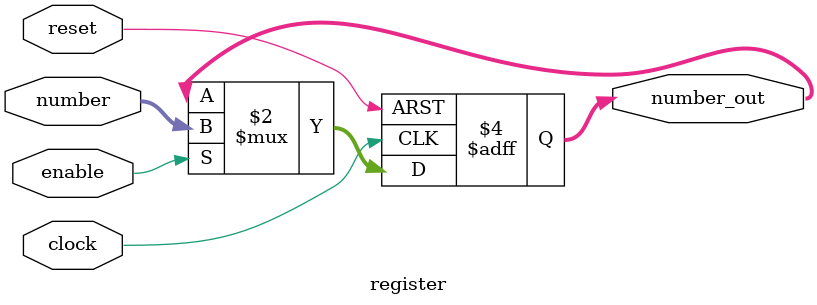
<source format=sv>
`timescale 1ns/1ns

module register(input clock,input signed [15:0]number,input enable,input reset,output logic signed[15:0]number_out);

    always @(posedge clock or posedge reset) begin
        if(reset)
            number_out <= 0;
        else if (enable) 
        
            number_out <= number;    
    end
endmodule
</source>
